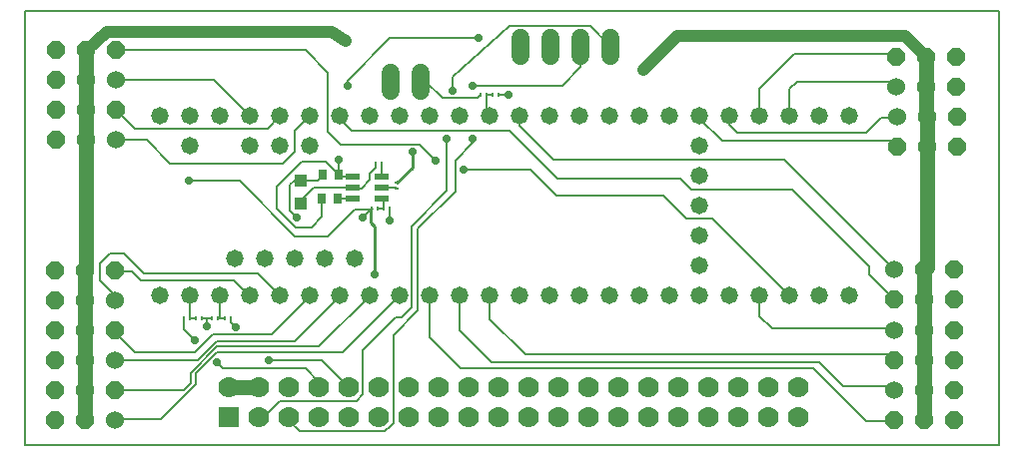
<source format=gtl>
G75*
%MOIN*%
%OFA0B0*%
%FSLAX25Y25*%
%IPPOS*%
%LPD*%
%AMOC8*
5,1,8,0,0,1.08239X$1,22.5*
%
%ADD10C,0.00600*%
%ADD11R,0.07000X0.07000*%
%ADD12C,0.07000*%
%ADD13C,0.05800*%
%ADD14R,0.01102X0.01693*%
%ADD15C,0.06000*%
%ADD16OC8,0.06000*%
%ADD17R,0.04921X0.02362*%
%ADD18R,0.02756X0.03543*%
%ADD19R,0.00984X0.01378*%
%ADD20R,0.01693X0.01102*%
%ADD21R,0.03937X0.03937*%
%ADD22C,0.05937*%
%ADD23C,0.06000*%
%ADD24C,0.02781*%
%ADD25C,0.05000*%
%ADD26C,0.01000*%
%ADD27C,0.04000*%
D10*
X0001667Y0095000D02*
X0326667Y0095000D01*
X0326667Y0240000D01*
X0001667Y0240000D01*
X0001667Y0095000D01*
X0031667Y0103500D02*
X0031767Y0103600D01*
X0046767Y0103600D01*
X0058667Y0115500D01*
X0058667Y0119000D01*
X0065567Y0125900D01*
X0107567Y0125900D01*
X0126667Y0145000D01*
X0130667Y0141000D02*
X0130667Y0168200D01*
X0142167Y0180100D01*
X0142167Y0197100D01*
X0142267Y0197200D01*
X0142167Y0197400D01*
X0145167Y0190200D02*
X0150967Y0196000D01*
X0150967Y0197400D01*
X0150867Y0197500D01*
X0145167Y0190200D02*
X0145167Y0179800D01*
X0132667Y0167300D01*
X0132667Y0139900D01*
X0124467Y0131700D01*
X0124467Y0102400D01*
X0123467Y0101400D01*
X0123467Y0101300D01*
X0121667Y0099700D01*
X0093367Y0099800D01*
X0089619Y0102947D01*
X0089619Y0104331D01*
X0086467Y0109700D02*
X0112067Y0109700D01*
X0114367Y0112000D01*
X0114367Y0126800D01*
X0125367Y0137800D01*
X0127067Y0137800D01*
X0130667Y0141000D01*
X0136667Y0145000D02*
X0136667Y0130900D01*
X0146967Y0120600D01*
X0264667Y0120600D01*
X0275767Y0109500D01*
X0275867Y0109500D01*
X0282367Y0103000D01*
X0291167Y0103000D01*
X0291667Y0103500D01*
X0291667Y0113500D02*
X0290367Y0114800D01*
X0274567Y0114800D01*
X0266567Y0122800D01*
X0157167Y0122800D01*
X0146667Y0133300D01*
X0146667Y0145000D01*
X0156667Y0145000D02*
X0156667Y0137200D01*
X0168467Y0125400D01*
X0289767Y0125400D01*
X0291667Y0123500D01*
X0291667Y0133500D02*
X0291167Y0134000D01*
X0250867Y0134000D01*
X0246667Y0138200D01*
X0246667Y0145000D01*
X0256667Y0145000D02*
X0230967Y0170700D01*
X0222367Y0170700D01*
X0214567Y0178500D01*
X0178867Y0178500D01*
X0170267Y0187100D01*
X0147867Y0187100D01*
X0138567Y0190100D02*
X0133267Y0195400D01*
X0106967Y0195400D01*
X0102567Y0199800D01*
X0102567Y0219500D01*
X0095067Y0227000D01*
X0031767Y0227000D01*
X0031767Y0217000D02*
X0064667Y0217000D01*
X0076667Y0205000D01*
X0082467Y0200800D02*
X0086667Y0205000D01*
X0082467Y0200800D02*
X0038067Y0200800D01*
X0031867Y0207000D01*
X0031767Y0207000D01*
X0031767Y0197000D02*
X0042067Y0197000D01*
X0049967Y0189100D01*
X0087667Y0189100D01*
X0091567Y0193000D01*
X0091567Y0199900D01*
X0096667Y0205000D01*
X0106667Y0205000D02*
X0106667Y0203900D01*
X0110567Y0200000D01*
X0163267Y0200000D01*
X0179167Y0184100D01*
X0220067Y0184100D01*
X0223867Y0180300D01*
X0257667Y0180300D01*
X0283167Y0154800D01*
X0283167Y0152100D01*
X0291667Y0143600D01*
X0291667Y0153600D02*
X0254767Y0190500D01*
X0177867Y0190500D01*
X0166667Y0201700D01*
X0166667Y0205000D01*
X0162867Y0212100D02*
X0159771Y0212100D01*
X0159671Y0212000D01*
X0157663Y0212000D02*
X0155671Y0212000D01*
X0155671Y0205996D01*
X0156667Y0205000D01*
X0152663Y0211000D02*
X0153663Y0212000D01*
X0152663Y0211000D02*
X0140867Y0211000D01*
X0135367Y0216500D01*
X0133667Y0216500D01*
X0144067Y0218100D02*
X0144067Y0213500D01*
X0144067Y0218100D02*
X0163267Y0234900D01*
X0190067Y0234900D01*
X0196767Y0227900D01*
X0186967Y0227700D02*
X0186767Y0227900D01*
X0186967Y0227700D02*
X0186867Y0221300D01*
X0180767Y0215200D01*
X0150967Y0215200D01*
X0152767Y0231000D02*
X0123367Y0231000D01*
X0109167Y0216800D01*
X0109167Y0215200D01*
X0106267Y0190300D02*
X0106126Y0190159D01*
X0106126Y0185300D01*
X0101726Y0189700D01*
X0093867Y0189700D01*
X0085567Y0181400D01*
X0085567Y0174200D01*
X0091967Y0167800D01*
X0097067Y0167800D01*
X0100708Y0171441D01*
X0100708Y0177300D01*
X0097867Y0180900D02*
X0110845Y0180900D01*
X0110945Y0180800D01*
X0113867Y0180800D01*
X0116567Y0183600D01*
X0116567Y0185700D01*
X0118582Y0187716D01*
X0118682Y0189000D01*
X0120651Y0189000D02*
X0120651Y0184803D01*
X0120588Y0184740D01*
X0120588Y0181000D02*
X0125263Y0181000D01*
X0125667Y0180596D01*
X0121263Y0176585D02*
X0121263Y0174000D01*
X0119071Y0174000D01*
X0117063Y0174000D02*
X0116863Y0173800D01*
X0111567Y0173800D01*
X0102567Y0164800D01*
X0091667Y0164800D01*
X0073067Y0183400D01*
X0056067Y0183400D01*
X0034567Y0159000D02*
X0029867Y0159000D01*
X0026667Y0155800D01*
X0026667Y0149900D01*
X0031767Y0144800D01*
X0031767Y0143500D01*
X0031667Y0143500D01*
X0040167Y0150100D02*
X0071267Y0150100D01*
X0076367Y0145000D01*
X0076667Y0145000D01*
X0079067Y0152400D02*
X0086567Y0144900D01*
X0086667Y0145000D01*
X0096667Y0145000D02*
X0096867Y0145000D01*
X0083967Y0132100D01*
X0064167Y0132100D01*
X0058067Y0126000D01*
X0038167Y0126000D01*
X0031867Y0132300D01*
X0031867Y0133600D01*
X0031767Y0133600D01*
X0031667Y0133500D01*
X0031667Y0123500D02*
X0059167Y0123500D01*
X0065467Y0129800D01*
X0091567Y0129800D01*
X0106767Y0145000D01*
X0106667Y0145000D01*
X0116667Y0145000D02*
X0116767Y0145100D01*
X0099567Y0127900D01*
X0065667Y0127900D01*
X0056867Y0119100D01*
X0056867Y0115800D01*
X0054567Y0113500D01*
X0031667Y0113500D01*
X0054663Y0133604D02*
X0058267Y0130100D01*
X0054663Y0133604D02*
X0054663Y0137400D01*
X0056667Y0137404D02*
X0056671Y0137400D01*
X0058463Y0137400D01*
X0058563Y0137500D01*
X0056667Y0137404D02*
X0056667Y0145000D01*
X0060571Y0137500D02*
X0062167Y0137500D01*
X0063763Y0137500D01*
X0063863Y0137400D01*
X0062167Y0137500D02*
X0062167Y0134700D01*
X0065871Y0137400D02*
X0068063Y0137400D01*
X0066667Y0138196D02*
X0065871Y0137400D01*
X0066667Y0138196D02*
X0066667Y0145000D01*
X0070071Y0137400D02*
X0070071Y0136196D01*
X0071767Y0134500D01*
X0065667Y0122700D02*
X0065667Y0122600D01*
X0067667Y0120600D01*
X0095067Y0120600D01*
X0099567Y0116100D01*
X0099567Y0114300D01*
X0099589Y0114300D01*
X0099619Y0114331D01*
X0100450Y0123500D02*
X0109619Y0114331D01*
X0100450Y0123500D02*
X0082867Y0123500D01*
X0086467Y0109700D02*
X0081097Y0104331D01*
X0079619Y0104331D01*
X0040167Y0150100D02*
X0037067Y0153200D01*
X0031667Y0153200D01*
X0031667Y0153500D01*
X0034567Y0159000D02*
X0041167Y0152400D01*
X0079067Y0152400D01*
X0092167Y0171200D02*
X0089967Y0173400D01*
X0089967Y0182000D01*
X0091404Y0183437D01*
X0093667Y0183437D01*
X0099145Y0183437D01*
X0101008Y0185300D01*
X0097867Y0180900D02*
X0093667Y0176700D01*
X0093667Y0175563D01*
X0105826Y0177300D02*
X0105866Y0177260D01*
X0110745Y0177260D01*
X0110845Y0180900D02*
X0110745Y0181000D01*
X0110745Y0184740D02*
X0106686Y0184740D01*
X0106126Y0185300D01*
X0117063Y0174000D02*
X0114263Y0171200D01*
X0120588Y0177260D02*
X0121263Y0176585D01*
X0123271Y0174000D02*
X0123271Y0170096D01*
X0123367Y0170000D01*
X0226667Y0204100D02*
X0234167Y0196600D01*
X0290667Y0196600D01*
X0292567Y0194700D01*
X0287067Y0204500D02*
X0282067Y0199500D01*
X0239167Y0199500D01*
X0236667Y0202000D01*
X0236667Y0205000D01*
X0246667Y0205000D02*
X0246667Y0214000D01*
X0258267Y0225600D01*
X0291467Y0225600D01*
X0292367Y0224700D01*
X0290567Y0216500D02*
X0292367Y0214700D01*
X0290567Y0216500D02*
X0259167Y0216500D01*
X0256667Y0214000D01*
X0256667Y0205000D01*
X0226667Y0205000D02*
X0226667Y0204100D01*
X0287067Y0204500D02*
X0292367Y0204500D01*
X0292567Y0204700D01*
D11*
X0069619Y0104331D03*
D12*
X0079619Y0104331D03*
X0089619Y0104331D03*
X0099619Y0104331D03*
X0109619Y0104331D03*
X0119619Y0104331D03*
X0129619Y0104331D03*
X0139619Y0104331D03*
X0149619Y0104331D03*
X0159619Y0104331D03*
X0169619Y0104331D03*
X0179619Y0104331D03*
X0189619Y0104331D03*
X0199619Y0104331D03*
X0209619Y0104331D03*
X0219619Y0104331D03*
X0219619Y0114331D03*
X0209619Y0114331D03*
X0199619Y0114331D03*
X0189619Y0114331D03*
X0179619Y0114331D03*
X0169619Y0114331D03*
X0159619Y0114331D03*
X0149619Y0114331D03*
X0139619Y0114331D03*
X0129619Y0114331D03*
X0119619Y0114331D03*
X0109619Y0114331D03*
X0099619Y0114331D03*
X0089619Y0114331D03*
X0079619Y0114331D03*
X0069619Y0114331D03*
X0229619Y0114331D03*
X0239619Y0114331D03*
X0249619Y0114331D03*
X0259619Y0114331D03*
X0259619Y0104331D03*
X0249619Y0104331D03*
X0239619Y0104331D03*
X0229619Y0104331D03*
D13*
X0226667Y0145000D03*
X0236667Y0145000D03*
X0246667Y0145000D03*
X0256667Y0145000D03*
X0266667Y0145000D03*
X0276667Y0145000D03*
X0226667Y0155000D03*
X0226667Y0165000D03*
X0226667Y0175000D03*
X0226667Y0185000D03*
X0226667Y0195000D03*
X0226667Y0205000D03*
X0236667Y0205000D03*
X0246667Y0205000D03*
X0256667Y0205000D03*
X0266667Y0205000D03*
X0276667Y0205000D03*
X0216667Y0205000D03*
X0206667Y0205000D03*
X0196667Y0205000D03*
X0186667Y0205000D03*
X0176667Y0205000D03*
X0166667Y0205000D03*
X0156667Y0205000D03*
X0146667Y0205000D03*
X0136667Y0205000D03*
X0126667Y0205000D03*
X0116667Y0205000D03*
X0106667Y0205000D03*
X0096667Y0205000D03*
X0086667Y0205000D03*
X0076667Y0205000D03*
X0066667Y0205000D03*
X0056667Y0205000D03*
X0046667Y0205000D03*
X0056667Y0195000D03*
X0076667Y0195000D03*
X0086667Y0195000D03*
X0096667Y0195000D03*
X0101667Y0157500D03*
X0091667Y0157500D03*
X0081667Y0157500D03*
X0071667Y0157500D03*
X0076667Y0145000D03*
X0086667Y0145000D03*
X0096667Y0145000D03*
X0106667Y0145000D03*
X0116667Y0145000D03*
X0126667Y0145000D03*
X0136667Y0145000D03*
X0146667Y0145000D03*
X0156667Y0145000D03*
X0166667Y0145000D03*
X0176667Y0145000D03*
X0186667Y0145000D03*
X0196667Y0145000D03*
X0206667Y0145000D03*
X0216667Y0145000D03*
X0111667Y0157500D03*
X0066667Y0145000D03*
X0056667Y0145000D03*
X0046667Y0145000D03*
D14*
X0054663Y0137400D03*
X0056671Y0137400D03*
X0058563Y0137500D03*
X0060571Y0137500D03*
X0063863Y0137400D03*
X0065871Y0137400D03*
X0068063Y0137400D03*
X0070071Y0137400D03*
X0117063Y0174000D03*
X0119071Y0174000D03*
X0121263Y0174000D03*
X0123271Y0174000D03*
X0153663Y0212000D03*
X0155671Y0212000D03*
X0157663Y0212000D03*
X0159671Y0212000D03*
D15*
X0031767Y0217000D03*
X0031767Y0197000D03*
X0031667Y0143500D03*
X0031667Y0123500D03*
X0031667Y0103500D03*
X0291667Y0113500D03*
X0291667Y0133500D03*
X0291667Y0153600D03*
X0292567Y0204700D03*
X0292367Y0214700D03*
D16*
X0302367Y0214700D03*
X0312367Y0214700D03*
X0312567Y0204700D03*
X0302567Y0204700D03*
X0302567Y0194700D03*
X0312567Y0194700D03*
X0292567Y0194700D03*
X0292367Y0224700D03*
X0302367Y0224700D03*
X0312367Y0224700D03*
X0311667Y0153600D03*
X0311667Y0143600D03*
X0301667Y0143600D03*
X0291667Y0143600D03*
X0301667Y0153600D03*
X0301667Y0133500D03*
X0311667Y0133500D03*
X0311667Y0123500D03*
X0311667Y0113500D03*
X0311667Y0103500D03*
X0301667Y0103500D03*
X0291667Y0103500D03*
X0301667Y0113500D03*
X0301667Y0123500D03*
X0291667Y0123500D03*
X0031667Y0113500D03*
X0021667Y0113500D03*
X0011667Y0113500D03*
X0011667Y0103500D03*
X0021667Y0103500D03*
X0021667Y0123500D03*
X0011667Y0123500D03*
X0011667Y0133500D03*
X0021667Y0133500D03*
X0031667Y0133500D03*
X0021667Y0143500D03*
X0011667Y0143500D03*
X0011667Y0153500D03*
X0021667Y0153500D03*
X0031667Y0153500D03*
X0021767Y0197000D03*
X0011767Y0197000D03*
X0011767Y0207000D03*
X0021767Y0207000D03*
X0031767Y0207000D03*
X0021767Y0217000D03*
X0011767Y0217000D03*
X0011767Y0227000D03*
X0021767Y0227000D03*
X0031767Y0227000D03*
D17*
X0110745Y0184740D03*
X0110745Y0181000D03*
X0110745Y0177260D03*
X0120588Y0177260D03*
X0120588Y0181000D03*
X0120588Y0184740D03*
D18*
X0106126Y0185300D03*
X0101008Y0185300D03*
X0100708Y0177300D03*
X0105826Y0177300D03*
D19*
X0118682Y0189000D03*
X0120651Y0189000D03*
D20*
X0125667Y0182604D03*
X0125667Y0180596D03*
D21*
X0093667Y0183437D03*
X0093667Y0175563D03*
D22*
X0123667Y0213531D02*
X0123667Y0219469D01*
X0133667Y0219469D02*
X0133667Y0213531D01*
D23*
X0166767Y0224900D02*
X0166767Y0230900D01*
X0176767Y0230900D02*
X0176767Y0224900D01*
X0186767Y0224900D02*
X0186767Y0230900D01*
X0196767Y0230900D02*
X0196767Y0224900D01*
D24*
X0207967Y0220500D03*
X0162867Y0212100D03*
X0150967Y0215200D03*
X0144067Y0213500D03*
X0142167Y0197400D03*
X0138567Y0190100D03*
X0130767Y0193100D03*
X0147867Y0187100D03*
X0150867Y0197500D03*
X0123367Y0170000D03*
X0114263Y0171200D03*
X0092167Y0171200D03*
X0106267Y0190300D03*
X0109167Y0215200D03*
X0108667Y0230200D03*
X0152767Y0231000D03*
X0056067Y0183400D03*
X0118067Y0152200D03*
X0082867Y0123500D03*
X0071767Y0134500D03*
X0062167Y0134700D03*
X0058267Y0130100D03*
X0065667Y0122700D03*
D25*
X0069619Y0114331D02*
X0079619Y0114331D01*
X0021667Y0113500D02*
X0021667Y0103500D01*
X0021667Y0113500D02*
X0021667Y0123500D01*
X0021667Y0133500D01*
X0021667Y0143500D01*
X0021667Y0153500D01*
X0021767Y0153600D01*
X0021767Y0197000D01*
X0021767Y0207000D01*
X0021767Y0217000D01*
X0021767Y0227000D01*
X0301667Y0153600D02*
X0301667Y0143600D01*
X0301667Y0133500D01*
X0301667Y0123500D01*
X0301667Y0113500D01*
X0301667Y0103500D01*
X0301667Y0153600D02*
X0302567Y0154500D01*
X0302567Y0194700D01*
X0302567Y0204700D01*
X0302367Y0204900D01*
X0302367Y0214700D01*
X0302367Y0224700D01*
D26*
X0130767Y0193100D02*
X0130767Y0187704D01*
X0125667Y0182604D01*
X0117063Y0174000D02*
X0116867Y0173804D01*
X0116867Y0169300D01*
X0118067Y0168100D01*
X0118067Y0152200D01*
D27*
X0207967Y0220500D02*
X0219167Y0231700D01*
X0295067Y0231700D01*
X0302067Y0224700D01*
X0302367Y0224700D01*
X0108667Y0230200D02*
X0103767Y0233000D01*
X0028867Y0233000D01*
X0022367Y0227000D01*
X0021767Y0227000D01*
M02*

</source>
